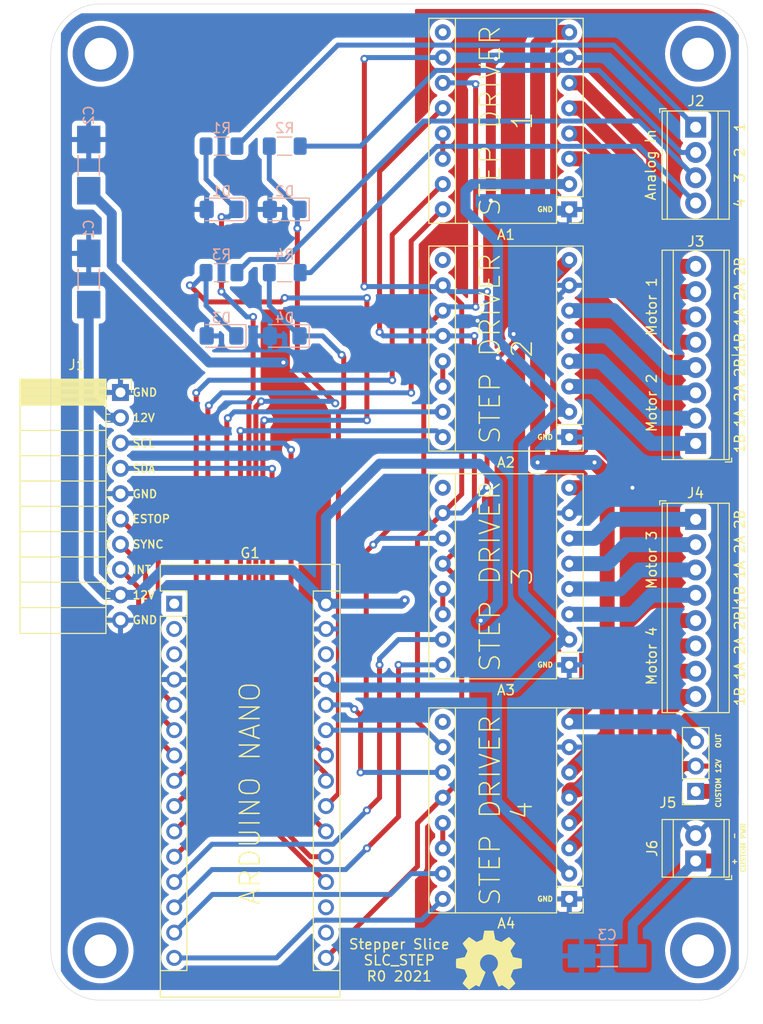
<source format=kicad_pcb>
(kicad_pcb (version 20211014) (generator pcbnew)
  (layers (0 "F.Cu" signal) (31 "B.Cu" signal) (34 "B.Paste" user) (35 "F.Paste" user) (36 "B.SilkS" user "B.Silkscreen") (37 "F.SilkS" user "F.Silkscreen") (38 "B.Mask" user) (39 "F.Mask" user) (44 "Edge.Cuts" user))
  (net 0 "")
  (net 1 "GND")
  (net 2 "Net-(A1-Pad13)")
  (net 3 "+5V")
  (net 4 "Net-(A1-Pad9)")
  (net 5 "/I2C_CLK")
  (net 6 "/I2C_DAT")
  (net 7 "/SYNC")
  (net 8 "/E_STOP")
  (net 9 "+12V")
  (net 10 "/INT")
  (net 11 "/DR_1")
  (net 12 "/ST_1")
  (net 13 "/1_2B")
  (net 14 "/1_2A")
  (net 15 "/MS3")
  (net 16 "/1_1A")
  (net 17 "/MS2")
  (net 18 "/1_1B")
  (net 19 "/MS1")
  (net 20 "/DR_2")
  (net 21 "/ST_2")
  (net 22 "Net-(A2-Pad13)")
  (net 23 "/2_2B")
  (net 24 "/2_2A")
  (net 25 "/2_1A")
  (net 26 "/2_1B")
  (net 27 "Net-(A2-Pad9)")
  (net 28 "/DR_3")
  (net 29 "/ST_3")
  (net 30 "Net-(A3-Pad13)")
  (net 31 "/3_2B")
  (net 32 "/3_2A")
  (net 33 "/3_1A")
  (net 34 "/3_1B")
  (net 35 "Net-(A3-Pad9)")
  (net 36 "/DR_4")
  (net 37 "/ST_4")
  (net 38 "Net-(A4-Pad13)")
  (net 39 "/4_2B")
  (net 40 "/4_2A")
  (net 41 "/4_1A")
  (net 42 "/4_1B")
  (net 43 "Net-(A4-Pad9)")
  (net 44 "Net-(G1-Pad1)")
  (net 45 "Net-(G1-Pad17)")
  (net 46 "Net-(G1-Pad2)")
  (net 47 "Net-(G1-Pad18)")
  (net 48 "Net-(G1-Pad3)")
  (net 49 "/AG_1")
  (net 50 "/AG_2")
  (net 51 "/AG_3")
  (net 52 "/AG_4")
  (net 53 "Net-(G1-Pad28)")
  (net 54 "/A_IN4")
  (net 55 "/A_IN3")
  (net 56 "/A_IN2")
  (net 57 "/A_IN1")
  (net 58 "/M_POWER")
  (net 59 "Net-(C3-Pad1)")
  (footprint "MountingHole:MountingHole_3.2mm_M3_DIN965_Pad" (layer "F.Cu") (at 127.6 44.8)
    (fp_text reference "H1" hide)
    (fp_text value "MountingHole")
  )
  (footprint "MountingHole:MountingHole_3.2mm_M3_DIN965_Pad" (layer "F.Cu") (at 187.6 44.8)
    (fp_text reference "H2" hide)
    (fp_text value "MountingHole")
  )
  (footprint "MountingHole:MountingHole_3.2mm_M3_DIN965_Pad" (layer "F.Cu") (at 127.6 134.8)
    (fp_text reference "H3" hide)
    (fp_text value "MountingHole")
  )
  (footprint "MountingHole:MountingHole_3.2mm_M3_DIN965_Pad" (layer "F.Cu") (at 187.6 134.8)
    (fp_text reference "H4" hide)
    (fp_text value "MountingHole")
  )
  (footprint "Module:Arduino_Nano" (layer "F.Cu") (at 135 100)
    (fp_text reference "G1")
    (fp_text value "Arduino_Nano_v3.x")
  )
  (footprint "Connector_PinSocket_2.54mm:PinSocket_1x10_P2.54mm_Horizontal" (layer "F.Cu") (at 129.6 78.8)
    (fp_text reference "J1")
    (fp_text value "Conn_01x10_Female")
  )
  (footprint "Symbol:OSHW-Symbol_6.7x6mm_SilkScreen" (layer "F.Cu") (at 166.6 135.8)
    (fp_text reference "Logo1" hide)
    (fp_text value "Logo_Open_Hardware_Small" hide)
  )
  (footprint "Module:Pololu_Breakout-16_15.2x20.3mm" (layer "F.Cu") (at 174.67 60.425 180)
    (fp_text reference "A1")
    (fp_text value "Pololu_Breakout_A4988")
  )
  (footprint "Module:Pololu_Breakout-16_15.2x20.3mm" (layer "F.Cu") (at 174.67 83.285 180)
    (fp_text reference "A2")
    (fp_text value "Pololu_Breakout_A4988")
  )
  (footprint "Module:Pololu_Breakout-16_15.2x20.3mm" (layer "F.Cu") (at 174.67 106.145 180)
    (fp_text reference "A3")
    (fp_text value "Pololu_Breakout_A4988")
  )
  (footprint "Module:Pololu_Breakout-16_15.2x20.3mm" (layer "F.Cu") (at 174.67 129.64 180)
    (fp_text reference "A4")
    (fp_text value "Pololu_Breakout_A4988")
  )
  (footprint "TerminalBlock_TE-Connectivity:TerminalBlock_TE_282834-4_1x04_P2.54mm_Horizontal" (layer "F.Cu") (at 187.37 52.17 -90)
    (fp_text reference "J2")
    (fp_text value "Screw_Terminal_01x04")
  )
  (footprint "TerminalBlock_TE-Connectivity:TerminalBlock_TE_282834-8_1x08_P2.54mm_Horizontal" (layer "F.Cu") (at 187.37 83.92 90)
    (fp_text reference "J3")
    (fp_text value "Screw_Terminal_01x08")
  )
  (footprint "TerminalBlock_TE-Connectivity:TerminalBlock_TE_282834-8_1x08_P2.54mm_Horizontal" (layer "F.Cu") (at 187.37 91.54 -90)
    (fp_text reference "J4")
    (fp_text value "Screw_Terminal_01x08")
  )
  (footprint "Connector_PinSocket_2.54mm:PinSocket_1x03_P2.54mm_Vertical" (layer "F.Cu") (at 187.37 118.845 180)
    (fp_text reference "J5")
    (fp_text value "Conn_01x03_Male")
  )
  (footprint "TerminalBlock_TE-Connectivity:TerminalBlock_TE_282834-2_1x02_P2.54mm_Horizontal" (layer "F.Cu") (at 187.37 125.83 90)
    (fp_text reference "J6")
    (fp_text value "Screw_Terminal_01x02")
  )
  (footprint "OCI_UPL_FOOTPRINTS:C_2312" (layer "B.Cu") (at 126.41 55.98 90)
    (fp_text reference "C2")
    (fp_text value "10uF_t")
  )
  (footprint "OCI_UPL_FOOTPRINTS:C_2312" (layer "B.Cu") (at 126.41 67.41 90)
    (fp_text reference "C1")
    (fp_text value "10uF_t")
  )
  (footprint "Diode_SMD:D_1206_3216Metric_Pad1.42x1.75mm_HandSolder" (layer "B.Cu") (at 139.745 60.425 180)
    (fp_text reference "D1")
    (fp_text value "5V")
  )
  (footprint "Diode_SMD:D_1206_3216Metric_Pad1.42x1.75mm_HandSolder" (layer "B.Cu") (at 146.095 60.425 180)
    (fp_text reference "D2")
    (fp_text value "5V")
  )
  (footprint "Diode_SMD:D_1206_3216Metric_Pad1.42x1.75mm_HandSolder" (layer "B.Cu") (at 139.745 73.125 180)
    (fp_text reference "D3")
    (fp_text value "5V")
  )
  (footprint "Diode_SMD:D_1206_3216Metric_Pad1.42x1.75mm_HandSolder" (layer "B.Cu") (at 146.095 73.125 180)
    (fp_text reference "D4")
    (fp_text value "5V")
  )
  (footprint "Resistor_SMD:R_1206_3216Metric_Pad1.30x1.75mm_HandSolder" (layer "B.Cu") (at 139.745 54.075 180)
    (fp_text reference "R1")
    (fp_text value "1k")
  )
  (footprint "Resistor_SMD:R_1206_3216Metric_Pad1.30x1.75mm_HandSolder" (layer "B.Cu") (at 146.095 54.075 180)
    (fp_text reference "R2")
    (fp_text value "1k")
  )
  (footprint "Resistor_SMD:R_1206_3216Metric_Pad1.30x1.75mm_HandSolder" (layer "B.Cu") (at 139.745 66.775 180)
    (fp_text reference "R3")
    (fp_text value "1k")
  )
  (footprint "Resistor_SMD:R_1206_3216Metric_Pad1.30x1.75mm_HandSolder" (layer "B.Cu") (at 146.095 66.775 180)
    (fp_text reference "R4")
    (fp_text value "1k")
  )
  (footprint "OCI_UPL_FOOTPRINTS:C_2312" (layer "B.Cu") (at 178.48 135.355 180)
    (fp_text reference "C3")
    (fp_text value "10uF_t")
  )
  (gr_line (start 191 75.05) (end 192.45 75.05) (layer "F.SilkS") (width 0.12))
  (gr_line (start 191.075 100.43) (end 192.525 100.43) (layer "F.SilkS") (width 0.12))
  (gr_line (start 192.6 44.8) (end 192.6 134.8) (layer "Edge.Cuts") (width 0.05))
  (gr_line (start 127.6 39.8) (end 187.6 39.8) (layer "Edge.Cuts") (width 0.05))
  (gr_line (start 127.6 139.8) (end 187.6 139.8) (layer "Edge.Cuts") (width 0.05))
  (gr_arc (start 122.6 44.8) (mid 124.064466 41.264466) (end 127.6 39.8) (layer "Edge.Cuts") (width 0.05))
  (gr_line (start 122.6 134.8) (end 122.6 44.8) (layer "Edge.Cuts") (width 0.05))
  (gr_arc (start 127.6 139.8) (mid 124.064466 138.335534) (end 122.6 134.8) (layer "Edge.Cuts") (width 0.05))
  (gr_arc (start 192.6 134.8) (mid 191.135534 138.335534) (end 187.6 139.8) (layer "Edge.Cuts") (width 0.05))
  (gr_arc (start 187.6 39.8) (mid 191.135534 41.264466) (end 192.6 44.8) (layer "Edge.Cuts") (width 0.05))
  (gr_text "ESTOP" (at 132.697619 91.5) (layer "F.SilkS") (effects (font (size 0.8 0.8))))
  (gr_text "GND" (at 172.25 60.425) (layer "F.SilkS") (effects (font (size 0.5 0.5) (thickness 0.125))))
  (gr_text "2B" (at 191.8 76.3 90) (layer "F.SilkS") (effects (font (size 1 1))))
  (gr_text "1A" (at 191.8 81.38 90) (layer "F.SilkS") (effects (font (size 1 1))))
  (gr_text "+" (at 191.25 125.9 90) (layer "F.SilkS") (effects (font (size 0.5 0.5) (thickness 0.125))))
  (gr_text "12V" (at 189.656 116.305 90) (layer "F.SilkS") (effects (font (size 0.5 0.5) (thickness 0.125))))
  (gr_text "2A" (at 191.8 78.84 90) (layer "F.SilkS") (effects (font (size 1 1))))
  (gr_text "1B" (at 191.8 109.3 90) (layer "F.SilkS") (effects (font (size 1 1))))
  (gr_text "INT" (at 131.745238 96.6) (layer "F.SilkS") (effects (font (size 0.8 0.8))))
  (gr_text "1B" (at 191.8 83.92 90) (layer "F.SilkS") (effects (font (size 1 1))))
  (gr_text "STEP DRIVER\n3" (at 168.33 97.255001 90) (layer "F.SilkS") (effects (font (size 2 2))))
  (gr_text "SCL" (at 131.935715 83.9) (layer "F.SilkS") (effects (font (size 0.8 0.8))))
  (gr_text "Analog In" (at 182.85 55.95 90) (layer "F.SilkS") (effects (font (size 1 1))))
  (gr_text "Stepper Slice\nSLC_STEP\nR0 2021" (at 157.599999 135.8) (layer "F.SilkS") (effects (font (size 1 1))))
  (gr_text "Motor 3" (at 182.95 95.604 90) (layer "F.SilkS") (effects (font (size 1 1))))
  (gr_text "2" (at 191.8 54.710001 90) (layer "F.SilkS") (effects (font (size 1 1))))
  (gr_text "GND" (at 132.05 101.65) (layer "F.SilkS") (effects (font (size 0.8 0.8))))
  (gr_text "STEP DRIVER\n1" (at 168.33 51.535001 90) (layer "F.SilkS") (effects (font (size 2 2))))
  (gr_text "1A" (at 191.8 106.76 90) (layer "F.SilkS") (effects (font (size 1 1))))
  (gr_text "1A" (at 191.8 96.61 90) (layer "F.SilkS") (effects (font (size 1 1))))
  (gr_text "1B" (at 191.8 73.77 90) (layer "F.SilkS") (effects (font (size 1 1))))
  (gr_text "CUSTOM PWR" (at 192.15 124.5 90) (layer "F.SilkS") (effects (font (size 0.5 0.5) (thickness 0.125))))
  (gr_text "2A" (at 191.8 68.69 90) (layer "F.SilkS") (effects (font (size 1 1))))
  (gr_text "SDA" (at 131.954762 86.45) (layer "F.SilkS") (effects (font (size 0.8 0.8))))
  (gr_text "1" (at 191.8 52.170001 90) (layer "F.SilkS") (effects (font (size 1 1))))
  (gr_text "2B" (at 191.8 91.53 90) (layer "F.SilkS") (effects (font (size 1 1))))
  (gr_text "GND" (at 132.05 89) (layer "F.SilkS") (effects (font (size 0.8 0.8))))
  (gr_text "2B" (at 191.8 101.68 90) (layer "F.SilkS") (effects (font (size 1 1))))
  (gr_text "2A" (at 191.8 104.22 90) (layer "F.SilkS") (effects (font (size 1 1))))
  (gr_text "1B" (at 191.8 99.15 90) (layer "F.SilkS") (effects (font (size 1 1))))
  (gr_text "Motor 2" (at 182.95 79.85 90) (layer "F.SilkS") (effects (font (size 1 1))))
  (gr_text "CUSTOM" (at 189.656 118.972 90) (layer "F.SilkS") (effects (font (size 0.5 0.5) (thickness 0.125))))
  (gr_text "1A" (at 191.8 71.23 90) (layer "F.SilkS") (effects (font (size 1 1))))
  (gr_text "2A" (at 191.8 94.07 90) (layer "F.SilkS") (effects (font (size 1 1))))
  (gr_text "GND" (at 132.05 78.8) (layer "F.SilkS") (effects (font (size 0.8 0.8))))
  (gr_text "STEP DRIVER\n4" (at 168.33 120.750001 90) (layer "F.SilkS") (effects (font (size 2 2))))
  (gr_text "12V" (at 131.935715 99.15) (layer "F.SilkS") (effects (font (size 0.8 0.8))))
  (gr_text "3" (at 191.8 57.250001 90) (layer "F.SilkS") (effects (font (size 1 1))))
  (gr_text "SYNC" (at 132.37381 94.05) (layer "F.SilkS") (effects (font (size 0.8 0.8))))
  (gr_text "-" (at 191.25 123.3 90) (layer "F.SilkS") (effects (font (size 0.5 0.5) (thickness 0.125))))
  (gr_text "GND" (at 172.25 106.145) (layer "F.SilkS") (effects (font (size 0.5 0.5) (thickness 0.125))))
  (gr_text "OUT" (at 189.656 113.765 90) (layer "F.SilkS") (effects (font (size 0.5 0.5) (thickness 0.125))))
  (gr_text "Motor 4" (at 182.95 105.256 90) (layer "F.SilkS") (effects (font (size 1 1))))
  (gr_text "ARDUINO NANO" (at 142.61 119.05 90) (layer "F.SilkS") (effects (font (size 2 2))))
  (gr_text "2B" (at 191.8 66.15 90) (layer "F.SilkS") (effects (font (size 1 1))))
  (gr_text "GND" (at 172.25 83.285) (layer "F.SilkS") (effects (font (size 0.5 0.5) (thickness 0.125))))
  (gr_text "Motor 1" (at 182.95 70.198 90) (layer "F.SilkS") (effects (font (size 1 1))))
  (gr_text "STEP DRIVER\n2" (at 168.33 74.395001 90) (layer "F.SilkS") (effects (font (size 2 2))))
  (gr_text "GND" (at 172.25 129.64) (layer "F.SilkS") (effects (font (size 0.5 0.5) (thickness 0.125))))
  (gr_text "4" (at 191.8 59.790001 90) (layer "F.SilkS") (effects (font (size 1 1))))
  (gr_text "12V" (at 131.935715 81.35) (layer "F.SilkS") (effects (font (size 0.8 0.8))))
  (segment (start 181.02 88.365) (end 181.02 87.230824) (width 1.5) (layer "F.Cu") (net 1))
  (segment (start 169.082 73.76) (end 167.4945 75.3475) (width 0.5) (layer "F.Cu") (net 1))
  (segment (start 181.02 87.230824) (end 177.074176 83.285) (width 1.5) (layer "F.Cu") (net 1))
  (segment (start 177.074176 83.285) (end 174.67 83.285) (width 1.5) (layer "F.Cu") (net 1))
  (segment (start 169.082 72.9345) (end 169.082 73.76) (width 0.5) (layer "F.Cu") (net 1))
  (segment (start 167.304 45.312) (end 166.796 45.82) (width 1) (layer "F.Cu") (net 1))
  (segment (start 166.796 45.82) (end 166.796 59.536) (width 1) (layer "F.Cu") (net 1))
  (via (at 181.02 88.365) (size 0.8) (drill 0.4) (layers "F.Cu" "B.Cu") (net 1))
  (via (at 166.796 59.536) (size 0.8) (drill 0.4) (layers "F.Cu" "B.Cu") (net 1))
  (via (at 167.304 45.312) (size 0.8) (drill 0.4) (layers "F.Cu" "B.Cu") (net 1))
  (via (at 169.082 72.9345) (size 0.8) (drill 0.4) (layers "F.Cu" "B.Cu") (net 1))
  (via (at 167.4945 75.3475) (size 0.8) (drill 0.4) (layers "F.Cu" "B.Cu") (net 1))
  (via (at 165.4625 71.601) (size 0.8) (drill 0.4) (layers "F.Cu" "B.Cu") (net 1))
  (segment (start 166.2245 74.0775) (end 166.2245 72.363) (width 0.5) (layer "B.Cu") (net 1))
  (segment (start 167.431 45.185) (end 167.304 45.312) (width 1) (layer "B.Cu") (net 1))
  (segment (start 166.2245 72.363) (end 165.4625 71.601) (width 0.5) (layer "B.Cu") (net 1))
  (segment (start 174.543 60.552) (end 174.67 60.425) (width 1) (layer "B.Cu") (net 1))
  (segment (start 174.67 68.045) (end 169.7805 72.9345) (width 0.5) (layer "B.Cu") (net 1))
  (segment (start 167.812 60.552) (end 174.543 60.552) (width 1) (layer "B.Cu") (net 1))
  (segment (start 166.796 59.536) (end 167.812 60.552) (width 1) (layer "B.Cu") (net 1))
  (segment (start 167.4945 75.3475) (end 166.2245 74.0775) (width 0.5) (layer "B.Cu") (net 1))
  (segment (start 169.7805 72.9345) (end 169.082 72.9345) (width 0.5) (layer "B.Cu") (net 1))
  (segment (start 177.21 88.365) (end 181.02 88.365) (width 1.5) (layer "B.Cu") (net 1))
  (segment (start 174.67 45.185) (end 167.431 45.185) (width 1) (layer "B.Cu") (net 1))
  (segment (start 174.67 90.905) (end 177.21 88.365) (width 1.5) (layer "B.Cu") (net 1))
  (segment (start 161.97 52.805) (end 161.97 55.345) (width 0.5) (layer "F.Cu") (net 2))
  (via (at 145.968 75.792) (size 0.8) (drill 0.4) (layers "F.Cu" "B.Cu") (net 3))
  (segment (start 170.04499 98.97999) (end 170.04499 84.12099) (width 1) (layer "B.Cu") (net 3))
  (segment (start 174.035 103.605) (end 174.67 103.605) (width 1) (layer "B.Cu") (net 3))
  (segment (start 167.419999 108.419999) (end 169.220001 108.419999) (width 1) (layer "B.Cu") (net 3))
  (segment (start 151.039999 108.419999) (end 167.419999 108.419999) (width 1) (layer "B.Cu") (net 3))
  (segment (start 167.515001 63.811001) (end 164.256 60.552) (width 1) (layer "B.Cu") (net 3))
  (segment (start 128.726 60.866) (end 128.726 66.02452) (width 1) (layer "B.Cu") (net 3))
  (segment (start 164.256 60.552) (end 164.256 58.52) (width 1) (layer "B.Cu") (net 3))
  (segment (start 167.419999 119.849999) (end 167.419999 108.419999) (width 1) (layer "B.Cu") (net 3))
  (segment (start 174.67 103.605) (end 170.04499 98.97999) (width 1) (layer "B.Cu") (net 3))
  (segment (start 164.256 58.52) (end 164.891 57.885) (width 1) (layer "B.Cu") (net 3))
  (segment (start 128.726 66.02452) (end 138.49348 75.792) (width 1) (layer "B.Cu") (net 3))
  (segment (start 126.41 58.55) (end 128.726 60.866) (width 1) (layer "B.Cu") (net 3))
  (segment (start 169.220001 108.419999) (end 174.035 103.605) (width 1) (layer "B.Cu") (net 3))
  (segment (start 174.67 80.745) (end 167.515001 73.590001) (width 1) (layer "B.Cu") (net 3))
  (segment (start 173.42098 80.745) (end 174.67 80.745) (width 1) (layer "B.Cu") (net 3))
  (segment (start 150.24 107.62) (end 151.039999 108.419999) (width 1) (layer "B.Cu") (net 3))
  (segment (start 174.67 127.1) (end 167.419999 119.849999) (width 1) (layer "B.Cu") (net 3))
  (segment (start 164.891 57.885) (end 174.67 57.885) (width 1) (layer "B.Cu") (net 3))
  (segment (start 167.515001 73.590001) (end 167.515001 63.811001) (width 1) (layer "B.Cu") (net 3))
  (segment (start 170.04499 84.12099) (end 173.42098 80.745) (width 1) (layer "B.Cu") (net 3))
  (segment (start 138.49348 75.792) (end 145.968 75.792) (width 1) (layer "B.Cu") (net 3))
  (segment (start 146.73 111.73) (end 150.24 115.24) (width 0.5) (layer "F.Cu") (net 5))
  (segment (start 146.73 84.555) (end 146.73 111.73) (width 0.5) (layer "F.Cu") (net 5))
  (via (at 146.73 84.555) (size 0.8) (drill 0.4) (layers "F.Cu" "B.Cu") (net 5))
  (segment (start 146.055 83.88) (end 146.73 84.555) (width 0.5) (layer "B.Cu") (net 5))
  (segment (start 129.6 83.88) (end 146.055 83.88) (width 0.5) (layer "B.Cu") (net 5))
  (segment (start 144.825 111.675002) (end 150.24 117.090002) (width 0.5) (layer "F.Cu") (net 6))
  (segment (start 150.24 117.090002) (end 150.24 117.78) (width 0.5) (layer "F.Cu") (net 6))
  (segment (start 144.825 86.46) (end 144.825 111.675002) (width 0.5) (layer "F.Cu") (net 6))
  (via (at 144.825 86.46) (size 0.8) (drill 0.4) (layers "F.Cu" "B.Cu") (net 6))
  (segment (start 129.6 86.42) (end 144.785 86.42) (width 0.5) (layer "B.Cu") (net 6))
  (segment (start 144.785 86.42) (end 144.825 86.46) (width 0.5) (layer "B.Cu") (net 6))
  (segment (start 131.42499 98.40499) (end 129.6 96.58) (width 0.5) (layer "F.Cu") (net 7))
  (segment (start 131.42499 111.66499) (end 131.42499 98.40499) (width 0.5) (layer "F.Cu") (net 7))
  (segment (start 135 115.24) (end 131.42499 111.66499) (width 0.5) (layer "F.Cu") (net 7))
  (segment (start 133.395 108.555) (end 133.395 95.14207) (width 0.5) (layer "F.Cu") (net 8))
  (segment (start 131.33707 93.23707) (end 129.6 91.5) (width 0.5) (layer "F.Cu") (net 8))
  (segment (start 133.395 95.14207) (end 131.49 93.23707) (width 0.5) (layer "F.Cu") (net 8))
  (segment (start 131.49 93.23707) (end 131.33707 93.23707) (width 0.5) (layer "F.Cu") (net 8))
  (segment (start 135 110.16) (end 133.395 108.555) (width 0.5) (layer "F.Cu") (net 8))
  (segment (start 175.94 132.688) (end 169.844 132.688) (width 1) (layer "F.Cu") (net 9))
  (segment (start 186.167919 116.305) (end 177.972 124.500919) (width 1) (layer "F.Cu") (net 9))
  (segment (start 165.78 128.624) (end 165.78 101.7) (width 1) (layer "F.Cu") (net 9))
  (segment (start 177.972 124.500919) (end 177.972 130.656) (width 1) (layer "F.Cu") (net 9))
  (segment (start 177.972 130.656) (end 175.94 132.688) (width 1) (layer "F.Cu") (net 9))
  (segment (start 187.37 116.305) (end 186.167919 116.305) (width 1) (layer "F.Cu") (net 9))
  (segment (start 169.844 132.688) (end 165.78 128.624) (width 1) (layer "F.Cu") (net 9))
  (via (at 165.78 101.7) (size 0.8) (drill 0.4) (layers "F.Cu" "B.Cu") (net 9))
  (via (at 158.16 99.668) (size 0.8) (drill 0.4) (layers "F.Cu" "B.Cu") (net 9))
  (segment (start 146.86 96.62) (end 150.24 100) (width 1) (layer "B.Cu") (net 9))
  (segment (start 126.41 69.98) (end 126.38 69.98) (width 1) (layer "B.Cu") (net 9))
  (segment (start 126.41 97.382) (end 128.148 99.12) (width 1) (layer "B.Cu") (net 9))
  (segment (start 155.62 85.952) (end 150.24 91.332) (width 1) (layer "B.Cu") (net 9))
  (segment (start 126.41 69.98) (end 126.41 79.352081) (width 1) (layer "B.Cu") (net 9))
  (segment (start 128.148 99.12) (end 129.6 99.12) (width 1) (layer "B.Cu") (net 9))
  (segment (start 165.630002 85.952) (end 155.62 85.952) (width 1) (layer "B.Cu") (net 9))
  (segment (start 150.24 91.332) (end 150.24 100) (width 1) (layer "B.Cu") (net 9))
  (segment (start 129.6 99.12) (end 131.276 99.12) (width 1) (layer "B.Cu") (net 9))
  (segment (start 167.515001 99.964999) (end 167.515001 87.836999) (width 1) (layer "B.Cu") (net 9))
  (segment (start 167.515001 87.836999) (end 165.630002 85.952) (width 1) (layer "B.Cu") (net 9))
  (segment (start 126.41 79.352081) (end 128.397919 81.34) (width 1) (layer "B.Cu") (net 9))
  (segment (start 128.397919 81.34) (end 129.6 81.34) (width 1) (layer "B.Cu") (net 9))
  (segment (start 131.276 99.12) (end 133.776 96.62) (width 1) (layer "B.Cu") (net 9))
  (segment (start 150.24 100) (end 157.828 100) (width 1) (layer "B.Cu") (net 9))
  (segment (start 157.828 100) (end 158.16 99.668) (width 1) (layer "B.Cu") (net 9))
  (segment (start 133.776 96.62) (end 146.86 96.62) (width 1) (layer "B.Cu") (net 9))
  (segment (start 126.41 79.352081) (end 126.41 97.382) (width 1) (layer "B.Cu") (net 9))
  (segment (start 165.78 101.7) (end 167.515001 99.964999) (width 1) (layer "B.Cu") (net 9))
  (segment (start 132.125 96.565) (end 129.6 94.04) (width 0.5) (layer "F.Cu") (net 10))
  (segment (start 135 112.7) (end 132.255 109.955) (width 0.5) (layer "F.Cu") (net 10))
  (segment (start 132.255 109.955) (end 132.255 98.02) (width 0.5) (layer "F.Cu") (net 10))
  (segment (start 132.255 98.02) (end 132.125 97.89) (width 0.5) (layer "F.Cu") (net 10))
  (segment (start 132.125 97.89) (end 132.125 96.565) (width 0.5) (layer "F.Cu") (net 10))
  (segment (start 158.795 63.6) (end 161.97 60.425) (width 0.5) (layer "F.Cu") (net 11))
  (segment (start 138.38 80.205) (end 138.475 80.11) (width 0.5) (layer "F.Cu") (net 11))
  (segment (start 158.795 78.84) (end 158.795 63.6) (width 0.5) (layer "F.Cu") (net 11))
  (segment (start 135 120.32) (end 138.38 116.94) (width 0.5) (layer "F.Cu") (net 11))
  (segment (start 138.38 116.94) (end 138.38 80.205) (width 0.5) (layer "F.Cu") (net 11))
  (via (at 158.795 78.84) (size 0.8) (drill 0.4) (layers "F.Cu" "B.Cu") (net 11))
  (via (at 138.475 80.11) (size 0.8) (drill 0.4) (layers "F.Cu" "B.Cu") (net 11))
  (segment (start 138.475 80.11) (end 139.745 78.84) (width 0.5) (layer "B.Cu") (net 11))
  (segment (start 139.745 78.84) (end 158.795 78.84) (width 0.5) (layer "B.Cu") (net 11))
  (segment (start 137.205 115.575) (end 137.205 78.84) (width 0.5) (layer "F.Cu") (net 12))
  (segment (start 156.89 62.965) (end 161.97 57.885) (width 0.5) (layer "F.Cu") (net 12))
  (segment (start 156.89 77.57) (end 156.89 62.965) (width 0.5) (layer "F.Cu") (net 12))
  (segment (start 135 117.78) (end 137.205 115.575) (width 0.5) (layer "F.Cu") (net 12))
  (via (at 137.205 78.84) (size 0.8) (drill 0.4) (layers "F.Cu" "B.Cu") (net 12))
  (via (at 156.89 77.57) (size 0.8) (drill 0.4) (layers "F.Cu" "B.Cu") (net 12))
  (segment (start 138.475 77.57) (end 156.89 77.57) (width 0.5) (layer "B.Cu") (net 12))
  (segment (start 137.205 78.84) (end 138.475 77.57) (width 0.5) (layer "B.Cu") (net 12))
  (segment (start 183.150019 55.073649) (end 183.150019 63.825019) (width 1.5) (layer "F.Cu") (net 13))
  (segment (start 174.67 47.725) (end 175.80137 47.725) (width 1.5) (layer "F.Cu") (net 13))
  (segment (start 185.465 66.14) (end 187.37 66.14) (width 1.5) (layer "F.Cu") (net 13))
  (segment (start 175.80137 47.725) (end 183.150019 55.073649) (width 1.5) (layer "F.Cu") (net 13))
  (segment (start 183.150019 63.825019) (end 185.465 66.14) (width 1.5) (layer "F.Cu") (net 13))
  (segment (start 175.80137 50.265) (end 181.450009 55.913639) (width 1.5) (layer "F.Cu") (net 14))
  (segment (start 185.465 68.68) (end 187.37 68.68) (width 1.5) (layer "F.Cu") (net 14))
  (segment (start 181.450009 55.913639) (end 181.450009 64.665009) (width 1.5) (layer "F.Cu") (net 14))
  (segment (start 174.67 50.265) (end 175.80137 50.265) (width 1.5) (layer "F.Cu") (net 14))
  (segment (start 181.450009 64.665009) (end 185.465 68.68) (width 1.5) (layer "F.Cu") (net 14))
  (segment (start 165.145 92.81) (end 165.145 73.125) (width 0.5) (layer "F.Cu") (net 15))
  (segment (start 161.97 95.985) (end 165.145 92.81) (width 0.5) (layer "F.Cu") (net 15))
  (segment (start 150.24 135.56) (end 159.43 126.37) (width 0.5) (layer "F.Cu") (net 15))
  (segment (start 159.43 122.02) (end 161.97 119.48) (width 0.5) (layer "F.Cu") (net 15))
  (segment (start 161.97 119.48) (end 163.875 117.575) (width 0.5) (layer "F.Cu") (net 15))
  (segment (start 163.875 117.575) (end 163.875 97.89) (width 0.5) (layer "F.Cu") (net 15))
  (segment (start 163.875 97.89) (end 161.97 95.985) (width 0.5) (layer "F.Cu") (net 15))
  (segment (start 155.62 72.744) (end 155.62 56.615) (width 0.5) (layer "F.Cu") (net 15))
  (segment (start 155.62 56.615) (end 161.97 50.265) (width 0.5) (layer "F.Cu") (net 15))
  (segment (start 159.43 126.37) (end 159.43 122.02) (width 0.5) (layer "F.Cu") (net 15))
  (via (at 165.145 73.125) (size 0.8) (drill 0.4) (layers "F.Cu" "B.Cu") (net 15))
  (via (at 155.62 72.744) (size 0.8) (drill 0.4) (layers "F.Cu" "B.Cu") (net 15))
  (segment (start 165.145 73.125) (end 161.97 73.125) (width 0.5) (layer "B.Cu") (net 15))
  (segment (start 161.97 73.125) (end 156.001 73.125) (width 0.5) (layer "B.Cu") (net 15))
  (segment (start 156.001 73.125) (end 155.62 72.744) (width 0.5) (layer "B.Cu") (net 15))
  (segment (start 185.465 71.22) (end 187.37 71.22) (width 1.5) (layer "F.Cu") (net 16))
  (segment (start 179.75 65.505) (end 185.465 71.22) (width 1.5) (layer "F.Cu") (net 16))
  (segment (start 175.804176 52.805) (end 179.75 56.750824) (width 1.5) (layer "F.Cu") (net 16))
  (segment (start 179.75 56.750824) (end 179.75 65.505) (width 1.5) (layer "F.Cu") (net 16))
  (segment (start 174.67 52.805) (end 175.804176 52.805) (width 1.5) (layer "F.Cu") (net 16))
  (segment (start 165.272 47.852) (end 165.272 70.204) (width 0.5) (layer "F.Cu") (net 17))
  (segment (start 160.065 89) (end 160.065 72.49) (width 0.5) (layer "F.Cu") (net 17))
  (segment (start 154.28001 110.65999) (end 154.28001 94.78499) (width 0.5) (layer "F.Cu") (net 17))
  (segment (start 153.08 110.59) (end 153.715 111.225) (width 0.5) (layer "F.Cu") (net 17))
  (segment (start 154.28001 94.78499) (end 154.985 94.08) (width 0.5) (layer "F.Cu") (net 17))
  (segment (start 161.97 93.445) (end 161.680048 93.734952) (width 0.5) (layer "F.Cu") (net 17))
  (segment (start 160.065 72.49) (end 161.97 70.585) (width 0.5) (layer "F.Cu") (net 17))
  (segment (start 154.985 94.08) (end 160.065 89) (width 0.5) (layer "F.Cu") (net 17))
  (segment (start 153.715 111.225) (end 153.715 116.94) (width 0.5) (layer "F.Cu") (net 17))
  (segment (start 153.715 111.225) (end 154.28001 110.65999) (width 0.5) (layer "F.Cu") (net 17))
  (via (at 153.715 116.94) (size 0.8) (drill 0.4) (layers "F.Cu" "B.Cu") (net 17))
  (via (at 165.272 47.852) (size 0.8) (drill 0.4) (layers "F.Cu" "B.Cu") (net 17))
  (via (at 165.272 70.204) (size 0.8) (drill 0.4) (layers "F.Cu" "B.Cu") (net 17))
  (via (at 154.985 94.08) (size 0.8) (drill 0.4) (layers "F.Cu" "B.Cu") (net 17))
  (via (at 153.08 110.59) (size 0.8) (drill 0.4) (layers "F.Cu" "B.Cu") (net 17))
  (segment (start 165.272 70.204) (end 162.351 70.204) (width 0.5) (layer "B.Cu") (net 17))
  (segment (start 154.985 94.08) (end 155.62 93.445) (width 0.5) (layer "B.Cu") (net 17))
  (segment (start 153.715 116.94) (end 161.97 116.94) (width 0.5) (layer "B.Cu") (net 17))
  (segment (start 150.24 110.16) (end 152.65 110.16) (width 0.5) (layer "B.Cu") (net 17))
  (segment (start 161.97 47.725) (end 165.145 47.725) (width 0.5) (layer "B.Cu") (net 17))
  (segment (start 162.351 70.204) (end 161.97 70.585) (width 0.5) (layer "B.Cu") (net 17))
  (segment (start 165.145 47.725) (end 165.272 47.852) (width 0.5) (layer "B.Cu") (net 17))
  (segment (start 152.65 110.16) (end 153.08 110.59) (width 0.5) (layer "B.Cu") (net 17))
  (segment (start 155.62 93.445) (end 161.97 93.445) (width 0.5) (layer "B.Cu") (net 17))
  (segment (start 184.83 73.76) (end 187.37 73.76) (width 1.5) (layer "F.Cu") (net 18))
  (segment (start 175.94 55.345) (end 177.845 57.25) (width 1.5) (layer "F.Cu") (net 18))
  (segment (start 174.67 55.345) (end 175.94 55.345) (width 1.5) (layer "F.Cu") (net 18))
  (segment (start 177.845 57.25) (end 177.845 66.775) (width 1.5) (layer "F.Cu") (net 18))
  (segment (start 177.845 66.775) (end 184.83 73.76) (width 1.5) (layer "F.Cu") (net 18))
  (segment (start 154.096 45.312) (end 154.096 68.172) (width 0.5) (layer "F.Cu") (net 19))
  (segment (start 159.43 93.445) (end 161.97 90.905) (width 0.5) (layer "F.Cu") (net 19))
  (segment (start 163.875 89) (end 163.875 69.95) (width 0.5) (layer "F.Cu") (net 19))
  (segment (start 166.415 88.365) (end 166.415 68.68) (width 0.5) (layer "F.Cu") (net 19))
  (segment (start 159.43 111.86) (end 159.43 93.445) (width 0.5) (layer "F.Cu") (net 19))
  (segment (start 161.97 90.905) (end 163.875 89) (width 0.5) (layer "F.Cu") (net 19))
  (segment (start 161.97 114.4) (end 159.43 111.86) (width 0.5) (layer "F.Cu") (net 19))
  (segment (start 163.875 69.95) (end 161.97 68.045) (width 0.5) (layer "F.Cu") (net 19))
  (via (at 154.096 68.172) (size 0.8) (drill 0.4) (layers "F.Cu" "B.Cu") (net 19))
  (via (at 166.415 68.68) (size 0.8) (drill 0.4) (layers "F.Cu" "B.Cu") (net 19))
  (via (at 166.415 88.365) (size 0.8) (drill 0.4) (layers "F.Cu" "B.Cu") (net 19))
  (via (at 154.096 45.312) (size 0.8) (drill 0.4) (layers "F.Cu" "B.Cu") (net 19))
  (segment (start 160.27 112.7) (end 161.97 114.4) (width 0.5) (layer "B.Cu") (net 19))
  (segment (start 150.24 112.7) (end 160.27 112.7) (width 0.5) (layer "B.Cu") (net 19))
  (segment (start 163.875 90.905) (end 166.415 88.365) (width 0.5) (layer "B.Cu") (net 19))
  (segment (start 161.97 90.905) (end 163.875 90.905) (width 0.5) (layer "B.Cu") (net 19))
  (segment (start 166.415 68.68) (end 162.605 68.68) (width 0.5) (layer "B.Cu") (net 19))
  (segment (start 162.605 68.68) (end 161.97 68.045) (width 0.5) (layer "B.Cu") (net 19))
  (segment (start 161.97 45.185) (end 154.223 45.185) (width 0.5) (layer "B.Cu") (net 19))
  (segment (start 161.843 68.172) (end 161.97 68.045) (width 0.5) (layer "B.Cu") (net 19))
  (segment (start 154.223 45.185) (end 154.096 45.312) (width 0.5) (layer "B.Cu") (net 19))
  (segment (start 154.096 68.172) (end 161.843 68.172) (width 0.5) (layer "B.Cu") (net 19))
  (segment (start 135 125.4) (end 141.65 118.75) (width 0.5) (layer "F.Cu") (net 20))
  (segment (start 141.65 118.75) (end 141.65 82.65) (width 0.5) (layer "F.Cu") (net 20))
  (via (at 141.65 82.65) (size 0.8) (drill 0.4) (layers "F.Cu" "B.Cu") (net 20))
  (segment (start 161.335 82.65) (end 161.97 83.285) (width 0.5) (layer "B.Cu") (net 20))
  (segment (start 141.65 82.65) (end 161.335 82.65) (width 0.5) (layer "B.Cu") (net 20))
  (segment (start 140.285 81.475) (end 140.38 81.38) (width 0.5) (layer "F.Cu") (net 21))
  (segment (start 140.285 117.575) (end 140.285 81.475) (width 0.5) (layer "F.Cu") (net 21))
  (segment (start 135 122.86) (end 140.285 117.575) (width 0.5) (layer "F.Cu") (net 21))
  (via (at 140.38 81.38) (size 0.8) (drill 0.4) (layers "F.Cu" "B.Cu") (net 21))
  (segment (start 141.015 80.745) (end 161.97 80.745) (width 0.5) (layer "B.Cu") (net 21))
  (segment (start 140.38 81.38) (end 141.015 80.745) (width 0.5) (layer "B.Cu") (net 21))
  (segment (start 161.97 75.665) (end 161.97 78.205) (width 0.5) (layer "F.Cu") (net 22))
  (segment (start 184.83 76.3) (end 187.37 76.3) (width 1.5) (layer "B.Cu") (net 23))
  (segment (start 174.67 70.585) (end 179.115 70.585) (width 1.5) (layer "B.Cu") (net 23))
  (segment (start 179.115 70.585) (end 184.83 76.3) (width 1.5) (layer "B.Cu") (net 23))
  (segment (start 178.48 73.125) (end 184.195 78.84) (width 1.5) (layer "B.Cu") (net 24))
  (segment (start 174.67 73.125) (end 178.48 73.125) (width 1.5) (layer "B.Cu") (net 24))
  (segment (start 184.195 78.84) (end 187.37 78.84) (width 1.5) (layer "B.Cu") (net 24))
  (segment (start 177.845 75.665) (end 183.56 81.38) (width 1.5) (layer "B.Cu") (net 25))
  (segment (start 174.67 75.665) (end 177.845 75.665) (width 1.5) (layer "B.Cu") (net 25))
  (segment (start 183.56 81.38) (end 187.37 81.38) (width 1.5) (layer "B.Cu") (net 25))
  (segment (start 174.67 78.205) (end 177.21 78.205) (width 1.5) (layer "B.Cu") (net 26))
  (segment (start 182.925 83.92) (end 187.37 83.92) (width 1.5) (layer "B.Cu") (net 26))
  (segment (start 177.21 78.205) (end 182.925 83.92) (width 1.5) (layer "B.Cu") (net 26))
  (segment (start 157.525 121.385) (end 157.525 106.145) (width 0.5) (layer "F.Cu") (net 28))
  (segment (start 154.35 124.56) (end 157.525 121.385) (width 0.5) (layer "F.Cu") (net 28))
  (via (at 157.525 106.145) (size 0.8) (drill 0.4) (layers "F.Cu" "B.Cu") (net 28))
  (via (at 154.35 124.56) (size 0.8) (drill 0.4) (layers "F.Cu" "B.Cu") (net 28))
  (segment (start 138.790001 126.689999) (end 152.220001 126.689999) (width 0.5) (layer "B.Cu") (net 28))
  (segment (start 135 130.48) (end 138.790001 126.689999) (width 0.5) (layer "B.Cu") (net 28))
  (segment (start 152.220001 126.689999) (end 154.35 124.56) (width 0.5) (layer "B.Cu") (net 28))
  (segment (start 157.525 106.145) (end 161.97 106.145) (width 0.5) (layer "B.Cu") (net 28))
  (segment (start 154.35 120.75) (end 155.62 119.48) (width 0.5) (layer "F.Cu") (net 29))
  (segment (start 155.62 119.48) (end 155.62 106.145) (width 0.5) (layer "F.Cu") (net 29))
  (via (at 154.35 120.75) (size 0.8) (drill 0.4) (layers "F.Cu" "B.Cu") (net 29))
  (via (at 155.62 106.145) (size 0.8) (drill 0.4) (layers "F.Cu" "B.Cu") (net 29))
  (segment (start 135 127.94) (end 138.790001 124.149999) (width 0.5) (layer "B.Cu") (net 29))
  (segment (start 150.950001 124.149999) (end 154.35 120.75) (width 0.5) (layer "B.Cu") (net 29))
  (segment (start 157.525 103.605) (end 161.97 103.605) (width 0.5) (layer "B.Cu") (net 29))
  (segment (start 138.790001 124.149999) (end 150.950001 124.149999) (width 0.5) (layer "B.Cu") (net 29))
  (segment (start 155.62 105.51) (end 157.525 103.605) (width 0.5) (layer "B.Cu") (net 29))
  (segment (start 155.62 106.145) (end 155.62 105.51) (width 0.5) (layer "B.Cu") (net 29))
  (segment (start 161.97 98.525) (end 161.97 101.065) (width 0.5) (layer "F.Cu") (net 30))
  (segment (start 174.67 93.445) (end 177.21 93.445) (width 1.5) (layer "B.Cu") (net 31))
  (segment (start 179.115 91.54) (end 187.37 91.54) (width 1.5) (layer "B.Cu") (net 31))
  (segment (start 177.21 93.445) (end 179.115 91.54) (width 1.5) (layer "B.Cu") (net 31))
  (segment (start 178.48 95.985) (end 180.385 94.08) (width 1.5) (layer "B.Cu") (net 32))
  (segment (start 174.67 95.985) (end 178.48 95.985) (width 1.5) (layer "B.Cu") (net 32))
  (segment (start 180.385 94.08) (end 187.37 94.08) (width 1.5) (layer "B.Cu") (net 32))
  (segment (start 179.75 98.525) (end 181.655 96.62) (width 1.5) (layer "B.Cu") (net 33))
  (segment (start 181.655 96.62) (end 187.37 96.62) (width 1.5) (layer "B.Cu") (net 33))
  (segment (start 174.67 98.525) (end 179.75 98.525) (width 1.5) (layer "B.Cu") (net 33))
  (segment (start 181.02 101.065) (end 182.925 99.16) (width 1.5) (layer "B.Cu") (net 34))
  (segment (start 174.67 101.065) (end 181.02 101.065) (width 1.5) (layer "B.Cu") (net 34))
  (segment (start 182.925 99.16) (end 187.37 99.16) (width 1.5) (layer "B.Cu") (net 34))
  (segment (start 145.255 135.56) (end 149.045001 131.769999) (width 0.5) (layer "B.Cu") (net 36))
  (segment (start 159.840001 131.769999) (end 161.97 129.64) (width 0.5) (layer "B.Cu") (net 36))
  (segment (start 149.045001 131.769999) (end 159.840001 131.769999) (width 0.5) (layer "B.Cu") (net 36))
  (segment (start 135 135.56) (end 145.255 135.56) (width 0.5) (layer "B.Cu") (net 36))
  (segment (start 156.704999 129.190001) (end 158.795 127.1) (width 0.5) (layer "B.Cu") (net 37))
  (segment (start 135 133.02) (end 138.829999 129.190001) (width 0.5) (layer "B.Cu") (net 37))
  (segment (start 158.795 127.1) (end 161.97 127.1) (width 0.5) (layer "B.Cu") (net 37))
  (segment (start 138.829999 129.190001) (end 156.704999 129.190001) (width 0.5) (layer "B.Cu") (net 37))
  (segment (start 161.97 122.02) (end 161.97 124.56) (width 0.5) (layer "F.Cu") (net 38))
  (segment (start 178.48 113.13) (end 178.48 106.78) (width 1.5) (layer "F.Cu") (net 39))
  (segment (start 174.67 116.94) (end 178.48 113.13) (width 1.5) (layer "F.Cu") (net 39))
  (segment (start 183.56 101.7) (end 187.37 101.7) (width 1.5) (layer "F.Cu") (net 39))
  (segment (start 178.48 106.78) (end 183.56 101.7) (width 1.5) (layer "F.Cu") (net 39))
  (segment (start 180.385 113.815002) (end 180.385 107.415) (width 1.5) (layer "F.Cu") (net 40))
  (segment (start 174.824999 118.690001) (end 175.510001 118.690001) (width 1.5) (layer "F.Cu") (net 40))
  (segment (start 174.67 119.48) (end 174.67 118.845) (width 1.5) (layer "F.Cu") (net 40))
  (segment (start 183.56 104.24) (end 187.37 104.24) (width 1.5) (layer "F.Cu") (net 40))
  (segment (start 174.67 118.845) (end 174.824999 118.690001) (width 1.5) (layer "F.Cu") (net 40))
  (segment (start 180.385 107.415) (end 183.56 104.24) (width 1.5) (layer "F.Cu") (net 40))
  (segment (start 175.510001 118.690001) (end 180.385 113.815002) (width 1.5) (layer "F.Cu") (net 40))
  (segment (start 174.67 122.02) (end 182.29 114.4) (width 1.5) (layer "F.Cu") (net 41))
  (segment (start 184.195 106.78) (end 187.37 106.78) (width 1.5) (layer "F.Cu") (net 41))
  (segment (start 182.29 114.4) (end 182.29 108.685) (width 1.5) (layer "F.Cu") (net 41))
  (segment (start 182.29 108.685) (end 184.195 106.78) (width 1.5) (layer "F.Cu") (net 41))
  (segment (start 184.195 115.035) (end 184.195 111.225) (width 1.5) (layer "F.Cu") (net 42))
  (segment (start 174.67 124.56) (end 184.195 115.035) (width 1.5) (layer "F.Cu") (net 42))
  (segment (start 184.195 111.225) (end 186.1 109.32) (width 1.5) (layer "F.Cu") (net 42))
  (segment (start 186.1 109.32) (end 187.37 109.32) (width 1.5) (layer "F.Cu") (net 42))
  (segment (start 135 100) (end 135 100.13) (width 0.5) (layer "B.Cu") (net 44))
  (segment (start 142.500001 79.690001) (end 142.92 79.270002) (width 0.5) (layer "F.Cu") (net 49))
  (segment (start 139.745 68.68) (end 139.745 61.695) (width 0.5) (layer "F.Cu") (net 49))
  (segment (start 142.500001 120.200001) (end 142.500001 79.690001) (width 0.5) (layer "F.Cu") (net 49))
  (segment (start 150.24 127.94) (end 142.500001 120.200001) (width 0.5) (layer "F.Cu") (net 49))
  (segment (start 139.745 61.695) (end 139.745 61.18875) (width 0.5) (layer "F.Cu") (net 49))
  (segment (start 142.92 79.270002) (end 142.92 71.22) (width 0.5) (layer "F.Cu") (net 49))
  (via (at 139.745 61.18875) (size 0.8) (drill 0.4) (layers "F.Cu" "B.Cu") (net 49))
  (via (at 142.92 71.22) (size 0.8) (drill 0.4) (layers "F.Cu" "B.Cu") (net 49))
  (via (at 139.745 68.68) (size 0.8) (drill 0.4) (layers "F.Cu" "B.Cu") (net 49))
  (segment (start 138.195 57.3875) (end 141.2325 60.425) (width 0.5) (layer "B.Cu") (net 49))
  (segment (start 142.92 71.22) (end 142.285 71.22) (width 0.5) (layer "B.Cu") (net 49))
  (segment (start 139.745 61.18875) (end 140.46875 61.18875) (width 0.5) (layer "B.Cu") (net 49))
  (segment (start 138.195 54.075) (end 138.195 57.3875) (width 0.5) (layer "B.Cu") (net 49))
  (segment (start 140.46875 61.18875) (end 141.2325 60.425) (width 0.5) (layer "B.Cu") (net 49))
  (segment (start 142.285 71.22) (end 139.745 68.68) (width 0.5) (layer "B.Cu") (net 49))
  (segment (start 151.175 79.895) (end 147.365 76.085) (width 0.5) (layer "F.Cu") (net 50))
  (segment (start 148.689962 125.4) (end 143.200011 119.910049) (width 0.5) (layer "F.Cu") (net 50))
  (segment (start 143.200011 80.218883) (end 143.728894 79.69) (width 0.5) (layer "F.Cu") (net 50))
  (segment (start 147.365 76.085) (end 147.365 62.33) (width 0.5) (layer "F.Cu") (net 50))
  (segment (start 143.200011 119.910049) (end 143.200011 80.218883) (width 0.5) (layer "F.Cu") (net 50))
  (segment (start 150.24 125.4) (end 148.689962 125.4) (width 0.5) (layer "F.Cu") (net 50))
  (via (at 143.728894 79.69) (size 0.8) (drill 0.4) (layers "F.Cu" "B.Cu") (net 50))
  (via (at 151.175 79.895) (size 0.8) (drill 0.4) (layers "F.Cu" "B.Cu") (net 50))
  (via (at 147.365 62.33) (size 0.8) (drill 0.4) (layers "F.Cu" "B.Cu") (net 50))
  (segment (start 144.545 54.075) (end 144.545 57.3875) (width 0.5) (layer "B.Cu") (net 50))
  (segment (start 150.97 79.69) (end 151.175 79.895) (width 0.5) (layer "B.Cu") (net 50))
  (segment (start 147.365 60.6425) (end 147.5825 60.425) (width 0.5) (layer "B.Cu") (net 50))
  (segment (start 143.728894 79.69) (end 150.97 79.69) (width 0.5) (layer "B.Cu") (net 50))
  (segment (start 144.545 57.3875) (end 147.5825 60.425) (width 0.5) (layer "B.Cu") (net 50))
  (segment (start 147.365 62.33) (end 147.365 60.6425) (width 0.5) (layer "B.Cu") (net 50))
  (segment (start 138.239999 69.714999) (end 136.57 68.045) (width 0.5) (layer "F.Cu") (net 51))
  (segment (start 150.24 122.86) (end 143.900021 116.520021) (width 0.5) (layer "F.Cu") (net 51))
  (segment (start 143.900021 81.74499) (end 144.050011 81.595) (width 0.5) (layer "F.Cu") (net 51))
  (segment (start 146.095 69.315) (end 145.695001 69.714999) (width 0.5) (layer "F.Cu") (net 51))
  (segment (start 145.695001 69.714999) (end 138.239999 69.714999) (width 0.5) (layer "F.Cu") (net 51))
  (segment (start 154.35 81.595) (end 154.35 69.315) (width 0.5) (layer "F.Cu") (net 51))
  (segment (start 143.900021 116.520021) (end 143.900021 81.74499) (width 0.5) (layer "F.Cu") (net 51))
  (via (at 154.35 81.595) (size 0.8) (drill 0.4) (layers "F.Cu" "B.Cu") (net 51))
  (via (at 154.35 69.315) (size 0.8) (drill 0.4) (layers "F.Cu" "B.Cu") (net 51))
  (via (at 144.050011 81.595) (size 0.8) (drill 0.4) (layers "F.Cu" "B.Cu") (net 51))
  (via (at 136.57 68.045) (size 0.8) (drill 0.4) (layers "F.Cu" "B.Cu") (net 51))
  (via (at 146.095 69.315) (size 0.8) (drill 0.4) (layers "F.Cu" "B.Cu") (net 51))
  (segment (start 136.925 68.045) (end 138.195 66.775) (width 0.5) (layer "B.Cu") (net 51))
  (segment (start 136.57 68.045) (end 136.925 68.045) (width 0.5) (layer "B.Cu") (net 51))
  (segment (start 154.35 69.315) (end 146.095 69.315) (width 0.5) (layer "B.Cu") (net 51))
  (segment (start 138.195 70.0875) (end 141.2325 73.125) (width 0.5) (layer "B.Cu") (net 51))
  (segment (start 144.050011 81.595) (end 154.35 81.595) (width 0.5) (layer "B.Cu") (net 51))
  (segment (start 138.195 66.775) (end 138.195 70.0875) (width 0.5) (layer "B.Cu") (net 51))
  (segment (start 151.490001 119.069999) (end 151.490001 80.838001) (width 0.5) (layer "F.Cu") (net 52))
  (segment (start 151.490001 80.838001) (end 152.025001 80.303001) (width 0.5) (layer "F.Cu") (net 52))
  (segment (start 150.24 120.32) (end 151.490001 119.069999) (width 0.5) (layer "F.Cu") (net 52))
  (segment (start 152.025001 75.245001) (end 151.81 75.03) (width 0.5) (layer "F.Cu") (net 52))
  (segment (start 152.025001 80.303001) (end 152.025001 75.245001) (width 0.5) (layer "F.Cu") (net 52))
  (via (at 151.81 75.03) (size 0.8) (drill 0.4) (layers "F.Cu" "B.Cu") (net 52))
  (segment (start 151.81 75.03) (end 149.905 73.125) (width 0.5) (layer "B.Cu") (net 52))
  (segment (start 149.905 73.125) (end 147.5825 73.125) (width 0.5) (layer "B.Cu") (net 52))
  (segment (start 144.545 70.0875) (end 147.5825 73.125) (width 0.5) (layer "B.Cu") (net 52))
  (segment (start 144.545 66.775) (end 144.545 70.0875) (width 0.5) (layer "B.Cu") (net 52))
  (segment (start 181.674999 54.094999) (end 187.37 59.79) (width 0.5) (layer "B.Cu") (net 54))
  (segment (start 147.645 66.775) (end 148.689998 66.775) (width 0.5) (layer "B.Cu") (net 54))
  (segment (start 148.689998 66.775) (end 161.369999 54.094999) (width 0.5) (layer "B.Cu") (net 54))
  (segment (start 161.369999 54.094999) (end 181.674999 54.094999) (width 0.5) (layer "B.Cu") (net 54))
  (segment (start 146.15001 65.44999) (end 160.045001 51.554999) (width 0.5) (layer "B.Cu") (net 55))
  (segment (start 160.045001 51.554999) (end 181.674999 51.554999) (width 0.5) (layer "B.Cu") (net 55))
  (segment (start 142.62001 65.44999) (end 146.15001 65.44999) (width 0.5) (layer "B.Cu") (net 55))
  (segment (start 141.295 66.775) (end 142.62001 65.44999) (width 0.5) (layer "B.Cu") (net 55))
  (segment (start 181.674999 51.554999) (end 187.37 57.25) (width 0.5) (layer "B.Cu") (net 55))
  (segment (start 147.645 54.075) (end 153.715 54.075) (width 0.5) (layer "B.Cu") (net 56))
  (segment (start 177.650075 46.474999) (end 185.885076 54.71) (width 0.5) (layer "B.Cu") (net 56))
  (segment (start 185.885076 54.71) (end 187.37 54.71) (width 0.5) (layer "B.Cu") (net 56))
  (segment (start 161.315001 46.474999) (end 177.650075 46.474999) (width 0.5) (layer "B.Cu") (net 56))
  (segment (start 153.715 54.075) (end 161.315001 46.474999) (width 0.5) (layer "B.Cu") (net 56))
  (segment (start 141.295 54.075) (end 151.435001 43.934999) (width 0.5) (layer "B.Cu") (net 57))
  (segment (start 179.134999 43.934999) (end 187.37 52.17) (width 0.5) (layer "B.Cu") (net 57))
  (segment (start 151.435001 43.934999) (end 179.134999 43.934999) (width 0.5) (layer "B.Cu") (net 57))
  (segment (start 171.495 68.68) (end 171.495 43.915) (width 1.5) (layer "F.Cu") (net 58))
  (segment (start 171.495 68.68) (end 174.67 65.505) (width 1.5) (layer "F.Cu") (net 58))
  (segment (start 171.495 43.915) (end 172.765 42.645) (width 1.5) (layer "F.Cu") (net 58))
  (segment (start 178.48 89.635) (end 178.48 87.095) (width 1.5) (layer "F.Cu") (net 58))
  (segment (start 178.48 102.97) (end 178.48 89.635) (width 1.5) (layer "F.Cu") (net 58))
  (segment (start 176.420001 105.029999) (end 178.48 102.97) (width 1.5) (layer "F.Cu") (net 58))
  (segment (start 174.67 111.86) (end 176.420001 110.109999) (width 1.5) (layer "F.Cu") (net 58))
  (segment (start 171.495 85.825) (end 171.495 68.68) (width 1.5) (layer "F.Cu") (net 58))
  (segment (start 176.420001 110.109999) (end 176.420001 105.029999) (width 1.5) (layer "F.Cu") (net 58))
  (segment (start 178.48 89.635) (end 177.21 88.365) (width 1.5) (layer "F.Cu") (net 58))
  (segment (start 172.765 42.645) (end 174.67 42.645) (width 1.5) (layer "F.Cu") (net 58))
  (segment (start 178.48 87.095) (end 177.21 85.825) (width 1.5) (layer "F.Cu") (net 58))
  (segment (start 177.21 88.365) (end 174.67 88.365) (width 1.5) (layer "F.Cu") (net 58))
  (via (at 171.495 85.825) (size 0.8) (drill 0.4) (layers "F.Cu" "B.Cu") (net 58))
  (via (at 177.21 85.825) (size 0.8) (drill 0.4) (layers "F.Cu" "B.Cu") (net 58))
  (segment (start 185.465 111.86) (end 187.37 113.765) (width 1.5) (layer "B.Cu") (net 58))
  (segment (start 174.67 111.86) (end 185.465 111.86) (width 1.5) (layer "B.Cu") (net 58))
  (segment (start 177.21 85.825) (end 171.495 85.825) (width 1.5) (layer "B.Cu") (net 58))
  (segment (start 190.545 120.115) (end 190.545 125.205) (width 1.5) (layer "F.Cu") (net 59))
  (segment (start 189.275 118.845) (end 190.545 120.115) (width 1.5) (layer "F.Cu") (net 59))
  (segment (start 187.37 118.845) (end 189.275 118.845) (width 1.5) (layer "F.Cu") (net 59))
  (segment (start 190.545 125.205) (end 189.92 125.83) (width 1.5) (layer "F.Cu") (net 59))
  (segment (start 189.92 125.83) (end 187.37 125.83) (width 1.5) (layer "F.Cu") (net 59))
  (segment (start 181.05 135.355) (end 181.05 132.15) (width 1) (layer "B.Cu") (net 59))
  (segment (start 181.05 132.15) (end 187.37 125.83) (width 1) (layer "B.Cu") (net 59))
  (zone (net 9) (net_name "+12V") (layer "F.Cu") (connect_pads (clearance 0.508)) (min_thickness 0.254) (fill yes (thermal_gap 0.508) (thermal_bridge_width 0.508))
    (polygon (pts (xy 191.688 138.784) (xy 159.176 138.784) (xy 159.176 40.232) (xy 191.688 40.232)))
  )
  (zone (net 3) (net_name "+5V") (layer "F.Cu") (connect_pads (clearance 0.508)) (min_thickness 0.254) (fill yes (thermal_gap 0.508) (thermal_bridge_width 0.508))
    (polygon (pts (xy 156.636 138.784) (xy 123.616 138.784) (xy 124.124 40.232) (xy 156.636 40.232)))
  )
  (zone (net 1) (net_name "GND") (layer "B.Cu") (connect_pads (clearance 0.508)) (min_thickness 0.254) (fill yes (thermal_gap 0.508) (thermal_bridge_width 0.508))
    (polygon (pts (xy 191.688 138.784) (xy 123.616 138.784) (xy 123.616 40.74) (xy 191.688 40.74)))
  )
)
</source>
